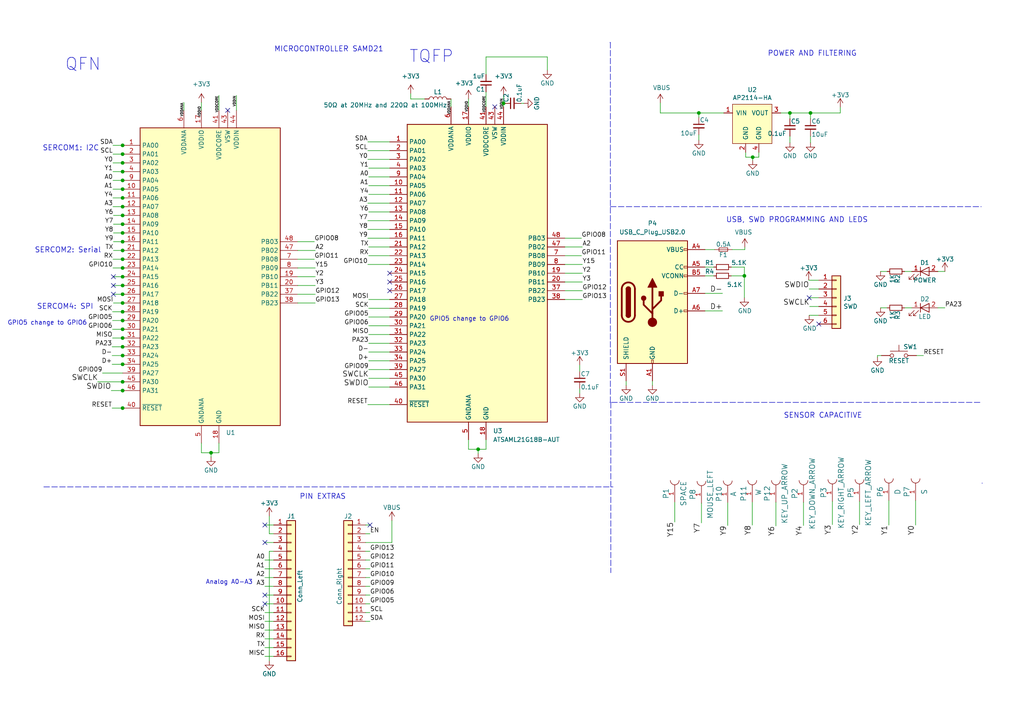
<source format=kicad_sch>
(kicad_sch (version 20211123) (generator eeschema)
  (paper "A4")
  (title_block (title "Meow Meow") (date "2022-05-30") (rev "3.1") (company "Electronic Cats") (comment 1 "Andres Sabas") (comment 2 "[OSHW] MX000003 | Certified open source hardware | oshwa.org/cert."))
  (junction (at 35.56 47.244))
  (junction (at 35.56 52.324))
  (junction (at 35.56 72.644))
  (junction (at 35.56 118.364))
  (junction (at 35.56 95.504))
  (junction (at 35.56 85.344))
  (junction (at 215.9 80.01))
  (junction (at 35.56 44.704))
  (junction (at 35.56 67.564))
  (junction (at 35.56 87.884))
  (junction (at 138.684 130.302))
  (junction (at 35.56 92.964))
  (junction (at 35.56 77.724))
  (junction (at 218.313 45.593))
  (junction (at 35.56 103.124))
  (junction (at 35.56 105.664))
  (junction (at 35.56 57.404))
  (junction (at 35.56 49.784))
  (junction (at 35.56 110.744))
  (junction (at 35.56 100.584))
  (junction (at 146.05 29.972))
  (junction (at 35.56 98.044))
  (junction (at 35.56 82.804))
  (junction (at 35.56 42.164))
  (junction (at 229.108 32.766))
  (junction (at 61.214 131.318))
  (junction (at 35.56 59.944))
  (junction (at 35.56 113.284))
  (junction (at 35.56 54.864))
  (junction (at 35.56 62.484))
  (junction (at 202.692 32.766))
  (junction (at 35.56 70.104))
  (junction (at 235.077 32.766))
  (junction (at 35.56 75.184))
  (junction (at 35.56 90.424))
  (junction (at 35.56 80.264))
  (junction (at 35.56 65.024))
  (no_connect (at 113.03 81.788))
  (no_connect (at 113.03 84.328))
  (no_connect (at 113.03 79.248))
  (no_connect (at 234.696 86.36))
  (no_connect (at 143.51 30.988))
  (no_connect (at 32.893 82.804))
  (no_connect (at 76.835 152.273))
  (no_connect (at 76.835 172.593))
  (no_connect (at 76.835 157.353))
  (no_connect (at 107.315 152.273))
  (no_connect (at 237.49 93.98))
  (no_connect (at 32.893 80.264))
  (no_connect (at 66.04 32.004))
  (no_connect (at 32.893 85.344))
  (no_connect (at 76.835 175.133))
  (wire (pts (xy 106.045 175.133) (xy 107.315 175.133)))
  (wire (pts (xy 106.045 177.673) (xy 107.315 177.673)))
  (wire (pts (xy 79.375 164.973) (xy 76.835 164.973)))
  (wire (pts (xy 265.557 145.1864) (xy 265.557 152.2984)))
  (wire (pts (xy 135.89 127.508) (xy 135.89 130.302)))
  (wire (pts (xy 35.56 90.424) (xy 32.639 90.424)))
  (wire (pts (xy 79.375 190.373) (xy 76.835 190.373)))
  (wire (pts (xy 106.68 64.008) (xy 113.03 64.008)))
  (wire (pts (xy 79.375 162.433) (xy 76.835 162.433)))
  (wire (pts (xy 257.302 78.74) (xy 255.397 78.74)))
  (wire (pts (xy 35.56 82.804) (xy 32.893 82.804)))
  (wire (pts (xy 106.68 69.088) (xy 113.03 69.088)))
  (wire (pts (xy 151.13 29.972) (xy 151.892 29.972)))
  (wire (pts (xy 106.934 91.948) (xy 113.03 91.948)))
  (wire (pts (xy 35.687 54.864) (xy 35.56 54.864)))
  (wire (pts (xy 249.301 145.4404) (xy 249.301 152.1714)))
  (wire (pts (xy 35.56 103.124) (xy 32.512 103.124)))
  (wire (pts (xy 86.36 75.184) (xy 91.186 75.184)))
  (wire (pts (xy 158.75 16.51) (xy 140.97 16.51)))
  (wire (pts (xy 35.56 113.284) (xy 32.258 113.284)))
  (wire (pts (xy 229.108 39.497) (xy 229.108 41.402)))
  (wire (pts (xy 225.044 145.6944) (xy 225.044 152.5524)))
  (wire (pts (xy 191.516 32.766) (xy 202.692 32.766)))
  (wire (pts (xy 106.934 99.568) (xy 113.03 99.568)))
  (polyline (pts (xy 177.038 59.944) (xy 284.607 59.944)))
  (wire (pts (xy 35.687 90.424) (xy 35.56 90.424)))
  (wire (pts (xy 106.045 172.593) (xy 107.315 172.593)))
  (wire (pts (xy 29.718 108.204) (xy 35.56 108.204)))
  (wire (pts (xy 35.56 118.364) (xy 32.512 118.364)))
  (wire (pts (xy 138.684 130.302) (xy 140.97 130.302)))
  (wire (pts (xy 216.281 45.593) (xy 218.313 45.593)))
  (wire (pts (xy 79.375 180.213) (xy 76.835 180.213)))
  (wire (pts (xy 135.89 30.988) (xy 135.89 28.702)))
  (wire (pts (xy 220.091 45.593) (xy 218.313 45.593)))
  (wire (pts (xy 237.49 91.44) (xy 234.696 91.44)))
  (wire (pts (xy 35.56 92.964) (xy 32.639 92.964)))
  (wire (pts (xy 35.687 118.364) (xy 35.56 118.364)))
  (wire (pts (xy 58.42 32.004) (xy 58.42 29.718)))
  (wire (pts (xy 202.692 32.766) (xy 209.931 32.766)))
  (wire (pts (xy 35.56 70.104) (xy 32.893 70.104)))
  (wire (pts (xy 35.56 75.184) (xy 32.766 75.184)))
  (wire (pts (xy 35.687 72.644) (xy 35.56 72.644)))
  (wire (pts (xy 106.934 86.868) (xy 113.03 86.868)))
  (wire (pts (xy 215.9 86.36) (xy 215.9 80.01)))
  (wire (pts (xy 272.034 89.281) (xy 274.066 89.281)))
  (wire (pts (xy 168.148 112.776) (xy 168.148 114.046)))
  (wire (pts (xy 163.83 84.328) (xy 168.91 84.328)))
  (wire (pts (xy 35.56 57.404) (xy 32.766 57.404)))
  (wire (pts (xy 58.42 128.524) (xy 58.42 131.318)))
  (wire (pts (xy 130.81 28.702) (xy 130.81 30.988)))
  (wire (pts (xy 79.375 170.053) (xy 76.835 170.053)))
  (wire (pts (xy 79.375 154.813) (xy 78.105 154.813)))
  (wire (pts (xy 35.56 44.704) (xy 35.687 44.704)))
  (wire (pts (xy 106.68 117.348) (xy 113.03 117.348)))
  (wire (pts (xy 61.214 131.318) (xy 63.5 131.318)))
  (wire (pts (xy 35.687 70.104) (xy 35.56 70.104)))
  (wire (pts (xy 106.934 104.648) (xy 113.03 104.648)))
  (wire (pts (xy 35.687 49.784) (xy 35.56 49.784)))
  (wire (pts (xy 237.49 88.9) (xy 234.823 88.9)))
  (wire (pts (xy 135.89 130.302) (xy 138.684 130.302)))
  (polyline (pts (xy 12.7 141.224) (xy 177.8 141.224)))
  (wire (pts (xy 35.56 67.564) (xy 32.893 67.564)))
  (polyline (pts (xy 177.038 12.319) (xy 176.911 12.319)))
  (wire (pts (xy 216.281 44.196) (xy 216.281 45.593)))
  (wire (pts (xy 138.684 130.302) (xy 138.684 131.572)))
  (wire (pts (xy 106.045 167.513) (xy 107.315 167.513)))
  (wire (pts (xy 35.56 95.504) (xy 32.639 95.504)))
  (wire (pts (xy 35.687 103.124) (xy 35.56 103.124)))
  (wire (pts (xy 215.9 80.01) (xy 215.9 77.47)))
  (wire (pts (xy 235.077 32.766) (xy 235.077 34.417)))
  (wire (pts (xy 123.19 28.702) (xy 119.126 28.702)))
  (wire (pts (xy 140.97 16.51) (xy 140.97 21.59)))
  (wire (pts (xy 86.36 85.344) (xy 91.44 85.344)))
  (wire (pts (xy 106.934 48.768) (xy 113.03 48.768)))
  (wire (pts (xy 35.56 65.024) (xy 32.893 65.024)))
  (wire (pts (xy 140.97 130.302) (xy 140.97 127.508)))
  (wire (pts (xy 106.68 76.708) (xy 113.03 76.708)))
  (wire (pts (xy 35.687 92.964) (xy 35.56 92.964)))
  (wire (pts (xy 35.56 85.344) (xy 32.893 85.344)))
  (wire (pts (xy 218.186 145.6944) (xy 218.186 152.2984)))
  (wire (pts (xy 106.045 164.973) (xy 107.315 164.973)))
  (wire (pts (xy 163.83 69.088) (xy 168.656 69.088)))
  (wire (pts (xy 106.934 74.168) (xy 113.03 74.168)))
  (wire (pts (xy 106.68 58.928) (xy 113.03 58.928)))
  (wire (pts (xy 212.09 80.01) (xy 215.9 80.01)))
  (wire (pts (xy 106.934 61.468) (xy 113.03 61.468)))
  (wire (pts (xy 106.934 102.108) (xy 113.03 102.108)))
  (wire (pts (xy 119.126 27.178) (xy 119.126 28.702)))
  (wire (pts (xy 264.414 78.74) (xy 262.382 78.74)))
  (wire (pts (xy 212.344 72.39) (xy 216.027 72.39)))
  (wire (pts (xy 163.83 74.168) (xy 168.656 74.168)))
  (wire (pts (xy 86.36 80.264) (xy 91.44 80.264)))
  (wire (pts (xy 79.375 185.293) (xy 76.835 185.293)))
  (wire (pts (xy 35.687 100.584) (xy 35.56 100.584)))
  (polyline (pts (xy 177.038 116.713) (xy 177.038 59.944)))
  (wire (pts (xy 237.49 86.36) (xy 234.696 86.36)))
  (wire (pts (xy 106.934 112.268) (xy 113.03 112.268)))
  (wire (pts (xy 106.045 152.273) (xy 107.315 152.273)))
  (wire (pts (xy 35.687 42.164) (xy 35.56 42.164)))
  (wire (pts (xy 35.687 105.664) (xy 35.56 105.664)))
  (wire (pts (xy 163.83 71.628) (xy 168.91 71.628)))
  (wire (pts (xy 168.148 105.918) (xy 168.148 107.696)))
  (wire (pts (xy 35.56 100.584) (xy 32.512 100.584)))
  (wire (pts (xy 218.313 45.593) (xy 218.313 46.482)))
  (polyline (pts (xy 284.226 116.713) (xy 176.784 116.713)))
  (wire (pts (xy 202.692 34.036) (xy 202.692 32.766)))
  (wire (pts (xy 255.651 103.124) (xy 254.508 103.124)))
  (wire (pts (xy 58.42 131.318) (xy 61.214 131.318)))
  (wire (pts (xy 86.36 70.104) (xy 91.186 70.104)))
  (wire (pts (xy 35.56 80.264) (xy 32.893 80.264)))
  (wire (pts (xy 79.375 157.353) (xy 76.835 157.353)))
  (wire (pts (xy 63.5 131.318) (xy 63.5 128.524)))
  (wire (pts (xy 35.56 59.944) (xy 32.766 59.944)))
  (wire (pts (xy 35.687 85.344) (xy 35.56 85.344)))
  (wire (pts (xy 35.56 105.664) (xy 32.512 105.664)))
  (wire (pts (xy 86.36 77.724) (xy 91.44 77.724)))
  (wire (pts (xy 257.302 89.281) (xy 255.397 89.281)))
  (wire (pts (xy 106.68 41.148) (xy 113.03 41.148)))
  (wire (pts (xy 63.5 27.686) (xy 63.5 32.004)))
  (wire (pts (xy 243.713 32.766) (xy 243.713 31.115)))
  (wire (pts (xy 229.108 32.766) (xy 235.077 32.766)))
  (wire (pts (xy 106.045 154.813) (xy 107.315 154.813)))
  (wire (pts (xy 163.83 81.788) (xy 168.91 81.788)))
  (wire (pts (xy 146.05 27.686) (xy 146.05 29.972)))
  (wire (pts (xy 106.68 43.688) (xy 113.03 43.688)))
  (wire (pts (xy 106.934 94.488) (xy 113.03 94.488)))
  (wire (pts (xy 106.68 46.228) (xy 113.03 46.228)))
  (wire (pts (xy 35.56 87.884) (xy 32.893 87.884)))
  (wire (pts (xy 35.687 95.504) (xy 35.56 95.504)))
  (wire (pts (xy 265.811 103.124) (xy 267.843 103.124)))
  (wire (pts (xy 106.045 157.353) (xy 113.665 157.353)))
  (wire (pts (xy 204.47 77.47) (xy 207.01 77.47)))
  (wire (pts (xy 106.934 97.028) (xy 113.03 97.028)))
  (wire (pts (xy 106.934 107.188) (xy 113.03 107.188)))
  (wire (pts (xy 203.454 145.9484) (xy 203.454 151.6634)))
  (wire (pts (xy 106.68 66.548) (xy 113.03 66.548)))
  (wire (pts (xy 35.687 52.324) (xy 35.56 52.324)))
  (wire (pts (xy 106.045 159.893) (xy 107.315 159.893)))
  (wire (pts (xy 79.375 177.673) (xy 76.835 177.673)))
  (wire (pts (xy 163.83 79.248) (xy 168.91 79.248)))
  (wire (pts (xy 215.9 77.47) (xy 212.09 77.47)))
  (wire (pts (xy 35.56 62.484) (xy 32.893 62.484)))
  (wire (pts (xy 35.56 98.044) (xy 32.639 98.044)))
  (wire (pts (xy 78.105 149.733) (xy 78.105 154.813)))
  (wire (pts (xy 204.47 90.17) (xy 209.55 90.17)))
  (wire (pts (xy 35.56 110.744) (xy 35.687 110.744)))
  (polyline (pts (xy 177.165 116.713) (xy 177.165 166.116)))
  (wire (pts (xy 32.766 44.704) (xy 35.56 44.704)))
  (wire (pts (xy 181.61 110.49) (xy 181.61 111.76)))
  (wire (pts (xy 106.045 170.053) (xy 107.315 170.053)))
  (wire (pts (xy 216.027 72.39) (xy 216.027 71.755)))
  (wire (pts (xy 257.81 145.1864) (xy 257.81 152.2984)))
  (wire (pts (xy 79.375 152.273) (xy 76.835 152.273)))
  (wire (pts (xy 106.934 71.628) (xy 113.03 71.628)))
  (wire (pts (xy 106.045 180.213) (xy 107.315 180.213)))
  (wire (pts (xy 35.56 49.784) (xy 32.766 49.784)))
  (wire (pts (xy 106.934 109.728) (xy 113.03 109.728)))
  (wire (pts (xy 204.47 72.39) (xy 207.264 72.39)))
  (wire (pts (xy 35.687 57.404) (xy 35.56 57.404)))
  (wire (pts (xy 220.091 44.196) (xy 220.091 45.593)))
  (wire (pts (xy 237.49 81.28) (xy 234.569 81.28)))
  (wire (pts (xy 35.56 42.164) (xy 32.766 42.164)))
  (wire (pts (xy 79.375 172.593) (xy 76.835 172.593)))
  (wire (pts (xy 35.687 98.044) (xy 35.56 98.044)))
  (wire (pts (xy 233.045 145.6944) (xy 233.045 152.4254)))
  (wire (pts (xy 79.375 175.133) (xy 76.835 175.133)))
  (wire (pts (xy 140.97 26.67) (xy 140.97 30.988)))
  (wire (pts (xy 35.687 77.724) (xy 35.56 77.724)))
  (wire (pts (xy 35.687 47.244) (xy 35.56 47.244)))
  (wire (pts (xy 163.83 76.708) (xy 168.91 76.708)))
  (wire (pts (xy 235.077 39.497) (xy 235.077 41.402)))
  (wire (pts (xy 35.56 72.644) (xy 32.893 72.644)))
  (wire (pts (xy 35.687 65.024) (xy 35.56 65.024)))
  (wire (pts (xy 35.687 80.264) (xy 35.56 80.264)))
  (wire (pts (xy 204.47 80.01) (xy 207.01 80.01)))
  (wire (pts (xy 35.56 77.724) (xy 32.766 77.724)))
  (wire (pts (xy 189.23 110.49) (xy 189.23 111.76)))
  (wire (pts (xy 28.321 110.744) (xy 35.56 110.744)))
  (wire (pts (xy 146.05 29.972) (xy 146.05 30.988)))
  (wire (pts (xy 35.56 54.864) (xy 32.766 54.864)))
  (wire (pts (xy 35.56 47.244) (xy 32.766 47.244)))
  (wire (pts (xy 237.49 83.82) (xy 234.696 83.82)))
  (wire (pts (xy 79.375 167.513) (xy 76.835 167.513)))
  (wire (pts (xy 158.75 20.32) (xy 158.75 16.51)))
  (wire (pts (xy 106.934 53.848) (xy 113.03 53.848)))
  (polyline (pts (xy 284.861 140.081) (xy 284.861 140.208)))
  (wire (pts (xy 106.934 51.308) (xy 113.03 51.308)))
  (wire (pts (xy 53.34 29.718) (xy 53.34 32.004)))
  (wire (pts (xy 79.375 159.893) (xy 78.105 159.893)))
  (wire (pts (xy 68.58 27.686) (xy 68.58 32.004)))
  (wire (pts (xy 211.074 145.8214) (xy 211.074 152.4254)))
  (wire (pts (xy 202.692 39.116) (xy 202.692 40.64)))
  (wire (pts (xy 35.56 52.324) (xy 32.766 52.324)))
  (polyline (pts (xy 177.038 59.69) (xy 177.038 12.319)))
  (wire (pts (xy 35.687 87.884) (xy 35.56 87.884)))
  (wire (pts (xy 191.516 32.766) (xy 191.516 29.845)))
  (wire (pts (xy 106.045 162.433) (xy 107.315 162.433)))
  (wire (pts (xy 254.508 103.124) (xy 254.508 103.632)))
  (wire (pts (xy 113.665 151.003) (xy 113.665 157.353)))
  (wire (pts (xy 86.36 82.804) (xy 91.44 82.804)))
  (wire (pts (xy 35.687 59.944) (xy 35.56 59.944)))
  (wire (pts (xy 35.687 67.564) (xy 35.56 67.564)))
  (wire (pts (xy 35.687 113.284) (xy 35.56 113.284)))
  (wire (pts (xy 163.83 86.868) (xy 168.91 86.868)))
  (wire (pts (xy 264.414 89.281) (xy 262.382 89.281)))
  (wire (pts (xy 235.077 32.766) (xy 243.713 32.766)))
  (wire (pts (xy 61.214 131.318) (xy 61.214 132.588)))
  (wire (pts (xy 106.934 56.388) (xy 113.03 56.388)))
  (wire (pts (xy 79.375 187.833) (xy 76.835 187.833)))
  (wire (pts (xy 272.034 78.74) (xy 274.066 78.74)))
  (wire (pts (xy 35.687 62.484) (xy 35.56 62.484)))
  (wire (pts (xy 241.427 145.4404) (xy 241.427 152.1714)))
  (wire (pts (xy 79.375 182.753) (xy 76.835 182.753)))
  (wire (pts (xy 86.36 87.884) (xy 91.44 87.884)))
  (wire (pts (xy 195.707 145.6944) (xy 195.707 151.4094)))
  (wire (pts (xy 35.687 75.184) (xy 35.56 75.184)))
  (wire (pts (xy 78.105 159.893) (xy 78.105 191.643)))
  (wire (pts (xy 229.108 34.417) (xy 229.108 32.766)))
  (wire (pts (xy 35.687 82.804) (xy 35.56 82.804)))
  (wire (pts (xy 106.934 89.408) (xy 113.03 89.408)))
  (wire (pts (xy 86.36 72.644) (xy 91.44 72.644)))
  (wire (pts (xy 204.47 85.09) (xy 209.55 85.09)))
  (wire (pts (xy 226.441 32.766) (xy 229.108 32.766)))
  (text "USB, SWD PROGRAMMING AND LEDS" (at 210.566 64.77 0) (effects (font (size 1.524 1.524)) (justify left bottom)))
  (text "PIN EXTRAS" (at 86.868 145.034 0) (effects (font (size 1.524 1.524)) (justify left bottom)))
  (text "GPIO5 change to GPIO6" (at 124.587 93.345 0) (effects (font (size 1.27 1.27)) (justify left bottom)))
  (text "Analog A0-A3" (at 59.6392 169.672 0) (effects (font (size 1.27 1.27)) (justify left bottom)))
  (text "SERCOM2: Serial" (at 10.033 73.533 0) (effects (font (size 1.524 1.524)) (justify left bottom)))
  (text "MICROCONTROLLER SAMD21" (at 79.502 15.24 0) (effects (font (size 1.524 1.524)) (justify left bottom)))
  (text "POWER AND FILTERING" (at 222.631 16.51 0) (effects (font (size 1.524 1.524)) (justify left bottom)))
  (text "TQFP" (at 118.618 18.542 0) (effects (font (size 3.5052 3.5052)) (justify left bottom)))
  (text "SENSOR CAPACITIVE" (at 227.2792 121.5136 0) (effects (font (size 1.524 1.524)) (justify left bottom)))
  (text "SERCOM1: I2C" (at 12.319 43.942 0) (effects (font (size 1.524 1.524)) (justify left bottom)))
  (text "GPIO5 change to GPIO6" (at 2.159 94.488 0) (effects (font (size 1.27 1.27)) (justify left bottom)))
  (text "QFN" (at 18.796 20.828 0) (effects (font (size 3.5052 3.5052)) (justify left bottom)))
  (text "SERCOM4: SPI" (at 10.668 89.916 0) (effects (font (size 1.524 1.524)) (justify left bottom)))
  (label "MISO" (at 32.639 98.044 180))
  (label "GPIO08" (at 91.186 70.104 0))
  (label "SCL" (at 107.315 177.673 0))
  (label "GPIO10" (at 32.766 77.724 180))
  (label "Y8" (at 218.186 152.2984 270) (effects (font (size 1.524 1.524))))
  (label "GPIO05" (at 106.934 91.948 180))
  (label "Y1" (at 106.934 48.768 180))
  (label "RESET" (at 32.512 118.364 180))
  (label "GPIO06" (at 106.934 94.488 180))
  (label "A1" (at 106.934 53.848 180))
  (label "D-" (at 32.512 103.124 180))
  (label "GPIO10" (at 107.315 167.513 0))
  (label "Y3" (at 241.427 152.1714 270) (effects (font (size 1.524 1.524))))
  (label "Y8" (at 32.893 67.564 180))
  (label "Y9" (at 32.893 70.104 180))
  (label "VDDCORE" (at 63.5 27.686 270) (effects (font (size 0.7 0.7))))
  (label "A3" (at 76.835 170.053 180))
  (label "Y0" (at 106.68 46.228 180))
  (label "Y7" (at 203.454 151.6634 270) (effects (font (size 1.524 1.524))))
  (label "GPIO05" (at 107.315 175.133 0))
  (label "SDA" (at 32.766 42.164 180))
  (label "GPIO11" (at 168.656 74.168 0))
  (label "A3" (at 32.766 59.944 180))
  (label "A1" (at 76.835 164.973 180))
  (label "VDDIN" (at 146.05 28.448 270) (effects (font (size 0.7 0.7))))
  (label "A3" (at 106.68 58.928 180))
  (label "VDDIO" (at 58.42 30.734 270) (effects (font (size 0.7 0.7))))
  (label "Y6" (at 106.934 61.468 180))
  (label "SWDIO" (at 32.258 113.284 180) (effects (font (size 1.524 1.524))))
  (label "GPIO13" (at 107.315 159.893 0))
  (label "SWCLK" (at 234.823 88.9 180) (effects (font (size 1.524 1.524))))
  (label "GPIO06" (at 32.639 95.504 180))
  (label "EN" (at 107.315 154.813 0))
  (label "Y6" (at 225.044 152.5524 270) (effects (font (size 1.524 1.524))))
  (label "A0" (at 76.835 162.433 180))
  (label "Y15" (at 195.707 151.4094 270) (effects (font (size 1.524 1.524))))
  (label "Y9" (at 106.68 69.088 180))
  (label "Y4" (at 233.045 152.4254 270) (effects (font (size 1.524 1.524))))
  (label "RESET" (at 267.843 103.124 0))
  (label "Y15" (at 91.44 77.724 0))
  (label "SCL" (at 32.766 44.704 180))
  (label "VDDCORE" (at 140.97 27.686 270) (effects (font (size 0.7 0.7))))
  (label "VDDANA" (at 53.34 29.718 270) (effects (font (size 0.7 0.7))))
  (label "RX" (at 32.766 75.184 180))
  (label "D-" (at 209.55 85.09 180) (effects (font (size 1.524 1.524))))
  (label "MOSI" (at 106.934 86.868 180))
  (label "D+" (at 106.934 104.648 180))
  (label "SWDIO" (at 234.696 83.82 180) (effects (font (size 1.524 1.524))))
  (label "A0" (at 106.934 51.308 180))
  (label "Y2" (at 168.91 79.248 0))
  (label "SWDIO" (at 106.934 112.268 180) (effects (font (size 1.524 1.524))))
  (label "MISO" (at 76.835 182.753 180))
  (label "RX" (at 76.835 185.293 180))
  (label "SWCLK" (at 28.448 110.744 180) (effects (font (size 1.524 1.524))))
  (label "SCK" (at 32.639 90.424 180))
  (label "GPIO09" (at 107.315 170.053 0))
  (label "SDA" (at 106.68 41.148 180))
  (label "GPIO11" (at 107.315 164.973 0))
  (label "TX" (at 32.893 72.644 180))
  (label "RESET" (at 106.68 117.348 180))
  (label "GPIO10" (at 106.68 76.708 180))
  (label "Y2" (at 91.44 80.264 0))
  (label "VDDANA" (at 130.81 29.21 270) (effects (font (size 0.7 0.7))))
  (label "GPIO09" (at 106.934 107.188 180))
  (label "SCL" (at 106.68 43.688 180))
  (label "Y3" (at 91.44 82.804 0))
  (label "GPIO12" (at 107.315 162.433 0))
  (label "MISC" (at 76.835 190.373 180))
  (label "Y8" (at 106.68 66.548 180))
  (label "A1" (at 32.766 54.864 180))
  (label "Y7" (at 32.893 65.024 180))
  (label "A2" (at 91.44 72.644 0))
  (label "GPIO11" (at 91.186 75.184 0))
  (label "SCK" (at 76.835 177.673 180))
  (label "Y2" (at 249.301 152.1714 270) (effects (font (size 1.524 1.524))))
  (label "VDDIN" (at 68.58 27.686 270) (effects (font (size 0.7 0.7))))
  (label "GPIO13" (at 91.44 87.884 0))
  (label "GPIO13" (at 168.91 86.868 0))
  (label "PA23" (at 106.934 99.568 180))
  (label "Y0" (at 265.557 152.2984 270) (effects (font (size 1.524 1.524))))
  (label "D+" (at 32.512 105.664 180))
  (label "RX" (at 106.934 74.168 180))
  (label "VDDIO" (at 135.89 29.21 270) (effects (font (size 0.7 0.7))))
  (label "GPIO12" (at 91.44 85.344 0))
  (label "GPIO05" (at 32.639 92.964 180))
  (label "SWCLK" (at 106.934 109.728 180) (effects (font (size 1.524 1.524))))
  (label "TX" (at 106.934 71.628 180))
  (label "PA23" (at 274.066 89.281 0))
  (label "D+" (at 209.55 90.17 180) (effects (font (size 1.524 1.524))))
  (label "SCK" (at 106.934 89.408 180))
  (label "Y7" (at 106.68 64.008 180))
  (label "A0" (at 32.766 52.324 180))
  (label "SDA" (at 107.315 180.213 0))
  (label "GPIO09" (at 29.718 108.204 180))
  (label "D-" (at 106.934 102.108 180))
  (label "Y4" (at 106.934 56.388 180))
  (label "Y4" (at 32.766 57.404 180))
  (label "Y15" (at 168.91 76.708 0))
  (label "Y1" (at 32.766 49.784 180))
  (label "Y9" (at 211.074 152.4254 270) (effects (font (size 1.524 1.524))))
  (label "Y6" (at 32.893 62.484 180))
  (label "TX" (at 76.835 187.833 180))
  (label "MISO" (at 106.934 97.028 180))
  (label "Y3" (at 168.91 81.788 0))
  (label "MOSI" (at 32.893 87.884 180))
  (label "MOSI" (at 76.835 180.213 180))
  (label "GPIO12" (at 168.91 84.328 0))
  (label "PA23" (at 32.512 100.584 180))
  (label "Y1" (at 257.81 152.2984 270) (effects (font (size 1.524 1.524))))
  (label "A2" (at 168.91 71.628 0))
  (label "A2" (at 76.835 167.513 180))
  (label "GPIO06" (at 107.315 172.593 0))
  (label "GPIO08" (at 168.656 69.088 0))
  (label "Y0" (at 32.766 47.244 180))
  (symbol (lib_id "Meow-Meow-rescue:GND-MeowMeow-Meow-Meow-rescue-Meow-Meow-rescue-Meow-Meow-rescue") (at 189.23 111.76 0) (mirror y) (unit 1)
    (property "Reference" "#PWR01" (effects hide))
    (property "Value" "GND" (at 189.23 115.57 0))
  )
  (symbol (lib_id "Meow-Meow-rescue:CONN_01X01_FEMALE-MeowMeow-Meow-Meow-rescue-Meow-Meow-rescue-Meow-Meow-rescue") (at 265.557 142.6464 90) (unit 1)
    (property "Reference" "P7" (at 263.017 142.6464 0) (effects (font (size 1.524 1.524))))
    (property "Value" "S" (at 268.097 142.6464 0) (effects (font (size 1.524 1.524))))
    (property "Footprint" "Connectors_EC:SEWALLI_renew" (effects hide))
    (property "Part#" "---" (effects hide))
    (property "manf#" "---" (effects hide))
  )
  (symbol (lib_id "Meow-Meow-rescue:CONN_01X01_FEMALE-MeowMeow-Meow-Meow-rescue-Meow-Meow-rescue-Meow-Meow-rescue") (at 257.81 142.6464 90) (unit 1)
    (property "Reference" "P6" (at 255.27 142.6464 0) (effects (font (size 1.524 1.524))))
    (property "Value" "D" (at 260.35 142.6464 0) (effects (font (size 1.524 1.524))))
    (property "Footprint" "Connectors_EC:SEWALLI_renew" (effects hide))
    (property "Part#" "---" (effects hide))
    (property "manf#" "---" (effects hide))
  )
  (symbol (lib_id "Meow-Meow-rescue:CONN_01X01_FEMALE-MeowMeow-Meow-Meow-rescue-Meow-Meow-rescue-Meow-Meow-rescue") (at 241.427 142.9004 90) (unit 1)
    (property "Reference" "P3" (at 238.887 142.9004 0) (effects (font (size 1.524 1.524))))
    (property "Value" "KEY_RIGHT_ARROW" (at 243.967 142.9004 0) (effects (font (size 1.524 1.524))))
    (property "Footprint" "Connectors_EC:SEWALLI_renew" (effects hide))
    (property "Part#" "---" (effects hide))
    (property "manf#" "---" (effects hide))
  )
  (symbol (lib_id "Meow-Meow-rescue:CONN_01X01_FEMALE-MeowMeow-Meow-Meow-rescue-Meow-Meow-rescue-Meow-Meow-rescue") (at 233.045 143.1544 90) (unit 1)
    (property "Reference" "P2" (at 230.505 143.1544 0) (effects (font (size 1.524 1.524))))
    (property "Value" "KEY_DOWN_ARROW" (at 235.585 143.1544 0) (effects (font (size 1.524 1.524))))
    (property "Footprint" "Connectors_EC:SEWALLI_renew" (effects hide))
    (property "Part#" "---" (effects hide))
    (property "manf#" "---" (effects hide))
  )
  (symbol (lib_id "Meow-Meow-rescue:C_Small-MeowMeow-Meow-Meow-rescue-Meow-Meow-rescue-Meow-Meow-rescue") (at 202.692 36.576 0) (unit 1)
    (property "Reference" "C4" (at 202.946 34.798 0) (effects (justify left)))
    (property "Value" "10uF" (at 197.3326 38.6334 0) (effects (justify left)))
    (property "Footprint" "Capacitors_SMD:C_0805_HandSoldering" (effects hide))
    (property "LCSC#" "C90543" (effects hide))
    (property "manf#" "GRM21BC81C106KA73L" (effects hide))
    (property "Supplier " "LCSC" (effects hide))
  )
  (symbol (lib_id "Meow-Meow-rescue:C_Small-MeowMeow-Meow-Meow-rescue-Meow-Meow-rescue-Meow-Meow-rescue") (at 229.108 36.957 0) (unit 1)
    (property "Reference" "C5" (at 229.362 35.179 0) (effects (justify left)))
    (property "Value" "0.1uF" (at 222.631 38.735 0) (effects (justify left)))
    (property "Footprint" "Capacitors_SMD:C_0805_HandSoldering" (effects hide))
    (property "LCSC#" "C148241" (effects hide))
    (property "manf#" "FM21X104K101ECG" (effects hide))
    (property "Supplier " "LCSC" (effects hide))
  )
  (symbol (lib_id "Meow-Meow-rescue:C_Small-MeowMeow-Meow-Meow-rescue-Meow-Meow-rescue-Meow-Meow-rescue") (at 235.077 36.957 0) (unit 1)
    (property "Reference" "C6" (at 235.331 35.179 0) (effects (justify left)))
    (property "Value" "10uF" (at 235.331 38.989 0) (effects (justify left)))
    (property "Footprint" "Capacitors_SMD:C_0805_HandSoldering" (effects hide))
    (property "LCSC#" "C90543" (effects hide))
    (property "manf#" "GRM21BC81C106KA73L" (effects hide))
    (property "Supplier " "LCSC" (effects hide))
  )
  (symbol (lib_id "Meow-Meow-rescue:LED-MeowMeow-Meow-Meow-rescue-Meow-Meow-rescue-Meow-Meow-rescue") (at 268.224 78.74 0) (unit 1)
    (property "Reference" "D1" (at 268.224 76.2 0))
    (property "Value" "POWER" (at 268.224 81.28 0))
    (property "Footprint" "LEDs:LED_0805_HandSoldering" (effects hide))
    (property "LCSC#" "C130114" (effects hide))
    (property "manf#" "D-R080508L3-KS2" (effects hide))
    (property "Supplier " "LCSC" (effects hide))
  )
  (symbol (lib_id "Meow-Meow-rescue:R_Small-MeowMeow-Meow-Meow-rescue-Meow-Meow-rescue-Meow-Meow-rescue") (at 259.842 78.74 270) (unit 1)
    (property "Reference" "R2" (at 260.35 79.502 0) (effects (justify left)))
    (property "Value" "1K" (at 258.826 79.502 0) (effects (justify left)))
    (property "Footprint" "Resistor_SMD:R_0805_2012Metric" (effects hide))
    (property "LCSC#" "C25623" (effects hide))
    (property "manf#" "0805W8J0102T5E" (effects hide))
    (property "Supplier " "LCSC" (effects hide))
  )
  (symbol (lib_id "Meow-Meow-rescue:GND-MeowMeow-Meow-Meow-rescue-Meow-Meow-rescue-Meow-Meow-rescue") (at 255.397 78.74 0) (unit 1)
    (property "Reference" "#PWR03" (effects hide))
    (property "Value" "GND" (at 255.397 82.55 0))
  )
  (symbol (lib_id "Meow-Meow-rescue:+3.3V-MeowMeow-Meow-Meow-rescue-Meow-Meow-rescue-Meow-Meow-rescue") (at 274.066 78.74 0) (unit 1)
    (property "Reference" "#PWR04" (effects hide))
    (property "Value" "+3.3V" (at 274.066 75.184 0))
  )
  (symbol (lib_id "Meow-Meow-rescue:LED-MeowMeow-Meow-Meow-rescue-Meow-Meow-rescue-Meow-Meow-rescue") (at 268.224 89.281 0) (unit 1)
    (property "Reference" "D2" (at 268.224 86.741 0))
    (property "Value" "LED" (at 268.224 91.821 0))
    (property "Footprint" "LEDs:LED_0805_HandSoldering" (effects hide))
    (property "LCSC#" "C130114" (effects hide))
    (property "manf#" "D-R080508L3-KS2" (effects hide))
    (property "Supplier " "LCSC" (effects hide))
  )
  (symbol (lib_id "Meow-Meow-rescue:R_Small-MeowMeow-Meow-Meow-rescue-Meow-Meow-rescue-Meow-Meow-rescue") (at 259.842 89.281 270) (unit 1)
    (property "Reference" "R3" (at 260.35 90.043 0) (effects (justify left)))
    (property "Value" "1K" (at 258.826 90.043 0) (effects (justify left)))
    (property "Footprint" "Resistor_SMD:R_0805_2012Metric" (effects hide))
    (property "LCSC#" "C25623" (effects hide))
    (property "manf#" "0805W8J0102T5E" (effects hide))
    (property "Supplier " "LCSC" (effects hide))
  )
  (symbol (lib_id "Meow-Meow-rescue:GND-MeowMeow-Meow-Meow-rescue-Meow-Meow-rescue-Meow-Meow-rescue") (at 255.397 89.281 0) (unit 1)
    (property "Reference" "#PWR05" (effects hide))
    (property "Value" "GND" (at 255.397 93.091 0))
  )
  (symbol (lib_id "Meow-Meow-rescue:+3.3V-MeowMeow-Meow-Meow-rescue-Meow-Meow-rescue-Meow-Meow-rescue") (at 234.569 81.28 0) (unit 1)
    (property "Reference" "#PWR06" (effects hide))
    (property "Value" "+3.3V" (at 234.569 77.724 0))
  )
  (symbol (lib_id "Meow-Meow-rescue:GND-MeowMeow-Meow-Meow-rescue-Meow-Meow-rescue-Meow-Meow-rescue") (at 234.696 91.44 0) (unit 1)
    (property "Reference" "#PWR07" (effects hide))
    (property "Value" "GND" (at 234.823 95.25 0))
  )
  (symbol (lib_id "Meow-Meow-rescue:CONN_01X01_FEMALE-MeowMeow-Meow-Meow-rescue-Meow-Meow-rescue-Meow-Meow-rescue") (at 249.301 142.9004 90) (unit 1)
    (property "Reference" "P5" (at 246.761 142.9004 0) (effects (font (size 1.524 1.524))))
    (property "Value" "KEY_LEFT_ARROW" (at 251.841 142.9004 0) (effects (font (size 1.524 1.524))))
    (property "Footprint" "Connectors_EC:SEWALLI_renew" (effects hide))
    (property "Part#" "---" (effects hide))
    (property "manf#" "---" (effects hide))
  )
  (symbol (lib_id "Meow-Meow-rescue:GND-MeowMeow-Meow-Meow-rescue-Meow-Meow-rescue-Meow-Meow-rescue") (at 202.692 40.64 0) (unit 1)
    (property "Reference" "#PWR08" (effects hide))
    (property "Value" "GND" (at 202.692 44.45 0))
  )
  (symbol (lib_id "Meow-Meow-rescue:GND-MeowMeow-Meow-Meow-rescue-Meow-Meow-rescue-Meow-Meow-rescue") (at 218.313 46.482 0) (unit 1)
    (property "Reference" "#PWR09" (effects hide))
    (property "Value" "GND" (at 218.313 50.292 0))
  )
  (symbol (lib_id "Meow-Meow-rescue:+3.3V-MeowMeow-Meow-Meow-rescue-Meow-Meow-rescue-Meow-Meow-rescue") (at 243.713 31.115 0) (unit 1)
    (property "Reference" "#PWR011" (effects hide))
    (property "Value" "+3.3V" (at 243.713 27.559 0))
  )
  (symbol (lib_id "Meow-Meow-rescue:GND-MeowMeow-Meow-Meow-rescue-Meow-Meow-rescue-Meow-Meow-rescue") (at 235.077 41.402 0) (unit 1)
    (property "Reference" "#PWR012" (effects hide))
    (property "Value" "GND" (at 235.077 45.212 0))
  )
  (symbol (lib_id "Meow-Meow-rescue:GND-MeowMeow-Meow-Meow-rescue-Meow-Meow-rescue-Meow-Meow-rescue") (at 229.108 41.402 0) (unit 1)
    (property "Reference" "#PWR013" (effects hide))
    (property "Value" "GND" (at 229.108 45.212 0))
  )
  (symbol (lib_id "Meow-Meow-rescue:C_Small-MeowMeow-Meow-Meow-rescue-Meow-Meow-rescue-Meow-Meow-rescue") (at 140.97 24.13 180) (unit 1)
    (property "Reference" "C1" (at 140.716 25.908 0) (effects (justify left)))
    (property "Value" "1uF" (at 140.716 22.098 0) (effects (justify left)))
    (property "Footprint" "Capacitor_SMD:C_0603_1608Metric" (effects hide))
    (property "LCSC#" "C1592" (effects hide))
    (property "manf#" "CL10A105KO8NNNC" (effects hide))
    (property "Supplier " "LCSC" (effects hide))
  )
  (symbol (lib_id "Meow-Meow-rescue:GND-MeowMeow-Meow-Meow-rescue-Meow-Meow-rescue-Meow-Meow-rescue") (at 158.75 20.32 0) (unit 1)
    (property "Reference" "#PWR015" (effects hide))
    (property "Value" "GND" (at 158.75 24.13 0))
  )
  (symbol (lib_id "Meow-Meow-rescue:C_Small-MeowMeow-Meow-Meow-rescue-Meow-Meow-rescue-Meow-Meow-rescue") (at 148.59 29.972 90) (unit 1)
    (property "Reference" "C2" (at 146.812 29.718 0) (effects (justify left)))
    (property "Value" "0.1uF" (at 150.622 29.718 0) (effects (justify left)))
    (property "Footprint" "Capacitor_SMD:C_0603_1608Metric" (effects hide))
    (property "LCSC#" "C14663" (effects hide))
    (property "manf#" "CC0603KRX7R9BB104" (effects hide))
    (property "Supplier " "LCSC" (effects hide))
  )
  (symbol (lib_id "Meow-Meow-rescue:GND-MeowMeow-Meow-Meow-rescue-Meow-Meow-rescue-Meow-Meow-rescue") (at 151.892 29.972 90) (unit 1)
    (property "Reference" "#PWR017" (effects hide))
    (property "Value" "GND" (at 155.702 29.972 0))
  )
  (symbol (lib_id "Meow-Meow-rescue:CONN_01X01_FEMALE-MeowMeow-Meow-Meow-rescue-Meow-Meow-rescue-Meow-Meow-rescue") (at 225.044 143.1544 90) (unit 1)
    (property "Reference" "P12" (at 222.504 143.1544 0) (effects (font (size 1.524 1.524))))
    (property "Value" "KEY_UP_ARROW" (at 227.584 143.1544 0) (effects (font (size 1.524 1.524))))
    (property "Footprint" "Connectors_EC:SEWALLI_renew" (effects hide))
    (property "Part#" "---" (effects hide))
    (property "manf#" "---" (effects hide))
  )
  (symbol (lib_id "Meow-Meow-rescue:CONN_01X01_FEMALE-MeowMeow-Meow-Meow-rescue-Meow-Meow-rescue-Meow-Meow-rescue") (at 218.186 143.1544 90) (unit 1)
    (property "Reference" "P11" (at 215.646 143.1544 0) (effects (font (size 1.524 1.524))))
    (property "Value" "W" (at 219.964 142.7734 0) (effects (font (size 1.524 1.524))))
    (property "Footprint" "Connectors_EC:SEWALLI_renew" (effects hide))
    (property "Part#" "---" (effects hide))
    (property "manf#" "---" (effects hide))
  )
  (symbol (lib_id "Meow-Meow-rescue:CONN_01X01_FEMALE-MeowMeow-Meow-Meow-rescue-Meow-Meow-rescue-Meow-Meow-rescue") (at 203.454 143.4084 90) (unit 1)
    (property "Reference" "P8" (at 200.914 143.4084 0) (effects (font (size 1.524 1.524))))
    (property "Value" "MOUSE_LEFT" (at 205.994 143.4084 0) (effects (font (size 1.524 1.524))))
    (property "Footprint" "Connectors_EC:SEWALLI_renew" (effects hide))
    (property "Part#" "---" (effects hide))
    (property "manf#" "---" (effects hide))
  )
  (symbol (lib_id "Meow-Meow-rescue:CONN_01X01_FEMALE-MeowMeow-Meow-Meow-rescue-Meow-Meow-rescue-Meow-Meow-rescue") (at 195.707 143.1544 90) (unit 1)
    (property "Reference" "P1" (at 193.167 143.1544 0) (effects (font (size 1.524 1.524))))
    (property "Value" "SPACE" (at 198.247 143.1544 0) (effects (font (size 1.524 1.524))))
    (property "Footprint" "Connectors_EC:SEWALLI_renew" (effects hide))
    (property "Part#" "---" (effects hide))
    (property "manf#" "---" (effects hide))
  )
  (symbol (lib_id "Meow-Meow-rescue:CONN_01X01_FEMALE-MeowMeow-Meow-Meow-rescue-Meow-Meow-rescue-Meow-Meow-rescue") (at 211.074 143.2814 90) (unit 1)
    (property "Reference" "P10" (at 208.534 143.2814 0) (effects (font (size 1.524 1.524))))
    (property "Value" "A" (at 212.725 143.2814 0) (effects (font (size 1.524 1.524))))
    (property "Footprint" "Connectors_EC:SEWALLI_renew" (effects hide))
    (property "Part#" "---" (effects hide))
    (property "manf#" "---" (effects hide))
  )
  (symbol (lib_id "Device:Fuse_Small") (at 209.804 72.39 0) (mirror y) (unit 1)
    (property "Reference" "F1" (at 209.804 73.914 0))
    (property "Value" "0.5A" (at 209.804 70.866 0))
    (property "Footprint" "Resistors_SMD:R_1812_HandSoldering" (effects hide))
    (property "manf#" "0ZCG0030FF2C" (effects hide))
    (property "Supplier " "Mouser" (effects hide))
  )
  (symbol (lib_id "Meow-Meow-rescue:SW_Push-MeowMeow-Meow-Meow-rescue-Meow-Meow-rescue-Meow-Meow-rescue") (at 260.731 103.124 0) (unit 1)
    (property "Reference" "SW1" (at 262.001 100.584 0) (effects (justify left)))
    (property "Value" "RESET" (at 260.731 104.648 0))
    (property "Footprint" "Buttons_Switches_SMD:SW_SPST_TL3342" (effects hide))
    (property "LCSC#" "C318889" (effects hide))
    (property "manf#" "TS-1187A-C-C-B" (effects hide))
    (property "Supplier " "LCSC" (effects hide))
  )
  (symbol (lib_id "Meow-Meow-rescue:GND-MeowMeow-Meow-Meow-rescue-Meow-Meow-rescue-Meow-Meow-rescue") (at 254.508 103.632 0) (unit 1)
    (property "Reference" "#PWR020" (effects hide))
    (property "Value" "GND" (at 254.508 107.442 0))
  )
  (symbol (lib_id "Connector_Generic:Conn_01x12") (at 100.965 164.973 0) (mirror y) (unit 1)
    (property "Reference" "J2" (at 100.965 149.733 0))
    (property "Value" "Conn_Right" (at 98.425 170.053 90))
    (property "Footprint" "Connector_PinSocket_2.54mm:PinSocket_1x12_P2.54mm_Vertical_SMD_Pin1Right" (effects hide))
    (property "manf#" "610306243021" (effects hide))
    (property "Supplier " "Wurth " (effects hide))
  )
  (symbol (lib_id "Connector_Generic:Conn_01x16") (at 84.455 170.053 0) (unit 1)
    (property "Reference" "J1" (at 84.455 149.733 0))
    (property "Value" "Conn_Left" (at 86.995 170.053 90))
    (property "Footprint" "Connector_PinSocket_2.54mm:PinSocket_1x16_P2.54mm_Vertical_SMD_Pin1Left" (effects hide))
    (property "manf#" "610306243021" (effects hide))
    (property "Supplier " "Wurth " (effects hide))
  )
  (symbol (lib_id "power:VBUS") (at 113.665 151.003 0) (unit 1)
    (property "Reference" "#PWR0104" (effects hide))
    (property "Value" "VBUS" (at 113.665 147.193 0))
  )
  (symbol (lib_id "power:+3.3V") (at 78.105 149.733 0) (unit 1)
    (property "Reference" "#PWR0107" (effects hide))
    (property "Value" "+3.3V" (at 78.105 145.923 0))
  )
  (symbol (lib_id "power:GND") (at 78.105 191.643 0) (unit 1)
    (property "Reference" "#PWR0108" (effects hide))
    (property "Value" "GND" (at 78.105 195.453 0))
  )
  (symbol (lib_id "power:VBUS") (at 216.027 71.755 0) (mirror y) (unit 1)
    (property "Reference" "#PWR0101" (effects hide))
    (property "Value" "VBUS" (at 215.646 67.3608 0))
  )
  (symbol (lib_id "power:VBUS") (at 191.516 29.845 0) (unit 1)
    (property "Reference" "#PWR0102" (effects hide))
    (property "Value" "VBUS" (at 191.897 25.4508 0))
  )
  (symbol (lib_id "Meow-Meow-rescue:GND-MeowMeow-Meow-Meow-rescue-Meow-Meow-rescue-Meow-Meow-rescue") (at 138.684 131.572 0) (unit 1)
    (property "Reference" "#PWR0103" (effects hide))
    (property "Value" "GND" (at 138.684 135.382 0))
  )
  (symbol (lib_id "Meow-Meow-rescue:AP2114-HA") (at 217.551 35.306 0) (unit 1)
    (property "Reference" "U2" (at 218.186 26.035 0))
    (property "Value" "AP2114-HA" (at 218.186 28.3464 0))
    (property "Footprint" "Package_TO_SOT_SMD:SOT-223" (effects hide))
    (property "manf#" "AP2114HA3.3TRG1" (effects hide))
    (property "Supplier " "Mouser " (effects hide))
  )
  (symbol (lib_id "Connector_Generic:Conn_01x06") (at 242.57 86.36 0) (unit 1)
    (property "Reference" "J3" (at 244.602 86.5632 0) (effects (justify left)))
    (property "Value" "SWD" (at 244.602 88.8746 0) (effects (justify left)))
    (property "Footprint" "Connector:Tag-Connect_TC2030-IDC-NL_2x03_P1.27mm_Vertical" (effects hide))
    (property "Part#" "---" (effects hide))
    (property "manf#" "---" (effects hide))
  )
  (symbol (lib_id "Meow-Meow-rescue:C_Small-MeowMeow-Meow-Meow-rescue-Meow-Meow-rescue-Meow-Meow-rescue") (at 168.148 110.236 0) (unit 1)
    (property "Reference" "C7" (at 168.402 108.458 0) (effects (justify left)))
    (property "Value" "0.1uF" (at 168.402 112.268 0) (effects (justify left)))
    (property "Footprint" "Capacitor_SMD:C_0603_1608Metric" (effects hide))
    (property "LCSC#" "C14663" (effects hide))
    (property "manf#" "CC0603KRX7R9BB104" (effects hide))
    (property "Supplier " "LCSC" (effects hide))
  )
  (symbol (lib_id "Meow-Meow-rescue:+3.3V-MeowMeow-Meow-Meow-rescue-Meow-Meow-rescue-Meow-Meow-rescue") (at 168.148 105.918 0) (unit 1)
    (property "Reference" "#PWR02" (effects hide))
    (property "Value" "+3.3V" (at 168.148 102.362 0))
  )
  (symbol (lib_id "Meow-Meow-rescue:GND-MeowMeow-Meow-Meow-rescue-Meow-Meow-rescue-Meow-Meow-rescue") (at 168.148 114.046 0) (unit 1)
    (property "Reference" "#PWR010" (effects hide))
    (property "Value" "GND" (at 168.148 117.856 0))
  )
  (symbol (lib_id "Connector:USB_C_Plug_USB2.0") (at 189.23 87.63 0) (unit 1)
    (property "Reference" "P4" (at 189.23 64.77 0))
    (property "Value" "USB_C_Plug_USB2.0" (at 189.23 67.31 0))
    (property "Footprint" "Connectors:C393939" (effects hide))
    (property "Datasheet" "https://www.usb.org/sites/default/files/documents/usb_type-c.zip" (effects hide))
    (property "LCSC#" "C2987386" (effects hide))
    (property "manf#" "TYPE-C-2.0-16PIN-SMT-3" (effects hide))
    (property "Supplier " "LCSC" (effects hide))
  )
  (symbol (lib_id "power:+3.3V") (at 135.89 28.702 0) (unit 1)
    (property "Reference" "#PWR0110" (effects hide))
    (property "Value" "+3.3V" (at 134.62 24.13 0))
  )
  (symbol (lib_id "Meow-Meow-rescue:GND-MeowMeow-Meow-Meow-rescue-Meow-Meow-rescue-Meow-Meow-rescue") (at 61.214 132.588 0) (unit 1)
    (property "Reference" "#PWR0105" (effects hide))
    (property "Value" "GND" (at 61.214 136.398 0))
  )
  (symbol (lib_id "Device:L") (at 127 28.702 90) (unit 1)
    (property "Reference" "L1" (at 127 26.67 90))
    (property "Value" "50Ω at 20MHz and 220Ω at 100MHz" (at 111.76 30.48 90))
    (property "Footprint" "Inductor_SMD:L_0805_2012Metric" (effects hide))
    (property "LCSC#" "C85840" (effects hide))
    (property "manf#" "BLM21PG221SN1D" (effects hide))
    (property "Supplier " "Mouser " (effects hide))
  )
  (symbol (lib_id "power:+3.3V") (at 119.126 27.178 0) (unit 1)
    (property "Reference" "#PWR0111" (effects hide))
    (property "Value" "+3.3V" (at 119.126 22.098 0))
  )
  (symbol (lib_id "Meow-Meow-rescue:R_Small-MeowMeow-Meow-Meow-rescue-Meow-Meow-rescue-Meow-Meow-rescue") (at 209.55 80.01 270) (unit 1)
    (property "Reference" "R4" (at 204.47 78.74 90) (effects (justify left)))
    (property "Value" "5.1K" (at 210.82 82.55 90) (effects (justify left)))
    (property "Footprint" "Resistor_SMD:R_0805_2012Metric" (effects hide))
    (property "manf#" "CR0805-FX-5101ELF" (effects hide))
    (property "Supplier " "Mouser" (effects hide))
  )
  (symbol (lib_id "MCU_Microchip_SAML:ATSAML21G18B-MUT") (at 60.96 80.264 0) (unit 1)
    (property "Reference" "U1" (at 65.5194 125.476 0) (effects (justify left)))
    (property "Value" "ATSAML21G18B-MUT" (effects hide))
    (property "Footprint" "Package_DFN_QFN:QFN-48-1EP_7x7mm_P0.5mm_EP5.15x5.15mm" (effects hide))
    (property "Datasheet" "http://ww1.microchip.com/downloads/en/DeviceDoc/60001477A.pdf" (effects hide))
    (property "manf#" "ATSAML21G18B-MUT" (effects hide))
    (property "DNP" "Yes " (effects hide))
    (property "Supplier " "Mouser " (effects hide))
  )
  (symbol (lib_id "MCU_Microchip_SAML:ATSAML21G18B-AUT") (at 138.43 79.248 0) (unit 1)
    (property "Reference" "U3" (at 142.9894 124.968 0) (effects (justify left)))
    (property "Value" "ATSAML21G18B-AUT" (at 142.9894 127.508 0) (effects (justify left)))
    (property "Footprint" "Package_QFP:TQFP-48_7x7mm_P0.5mm" (effects hide))
    (property "Datasheet" "http://ww1.microchip.com/downloads/en/DeviceDoc/60001477A.pdf" (effects hide))
    (property "manf#" "ATSAML21G18B-AUT" (effects hide))
    (property "Supplier " "Mouser " (effects hide))
  )
  (symbol (lib_id "Meow-Meow-rescue:GND-MeowMeow-Meow-Meow-rescue-Meow-Meow-rescue-Meow-Meow-rescue") (at 215.9 86.36 0) (unit 1)
    (property "Reference" "#PWR0113" (effects hide))
    (property "Value" "GND" (at 216.027 90.17 0))
  )
  (symbol (lib_id "power:+3.3V") (at 146.05 27.686 0) (unit 1)
    (property "Reference" "#PWR0109" (effects hide))
    (property "Value" "+3.3V" (at 146.05 22.098 0))
  )
  (symbol (lib_id "Meow-Meow-rescue:R_Small-MeowMeow-Meow-Meow-rescue-Meow-Meow-rescue-Meow-Meow-rescue") (at 209.55 77.47 270) (unit 1)
    (property "Reference" "R1" (at 204.47 76.2 90) (effects (justify left)))
    (property "Value" "5.1K" (at 212.09 76.2 90) (effects (justify left)))
    (property "Footprint" "Resistor_SMD:R_0805_2012Metric" (effects hide))
    (property "manf#" "CR0805-FX-5101ELF" (effects hide))
    (property "Supplier " "Mouser" (effects hide))
  )
  (symbol (lib_id "Meow-Meow-rescue:GND-MeowMeow-Meow-Meow-rescue-Meow-Meow-rescue-Meow-Meow-rescue") (at 181.61 111.76 0) (mirror y) (unit 1)
    (property "Reference" "#PWR0112" (effects hide))
    (property "Value" "GND" (at 181.61 115.57 0))
  )
  (symbol (lib_id "power:+3.3V") (at 58.42 29.718 0) (unit 1)
    (property "Reference" "#PWR0106" (effects hide))
    (property "Value" "+3.3V" (at 58.42 24.384 0))
  )
)
</source>
